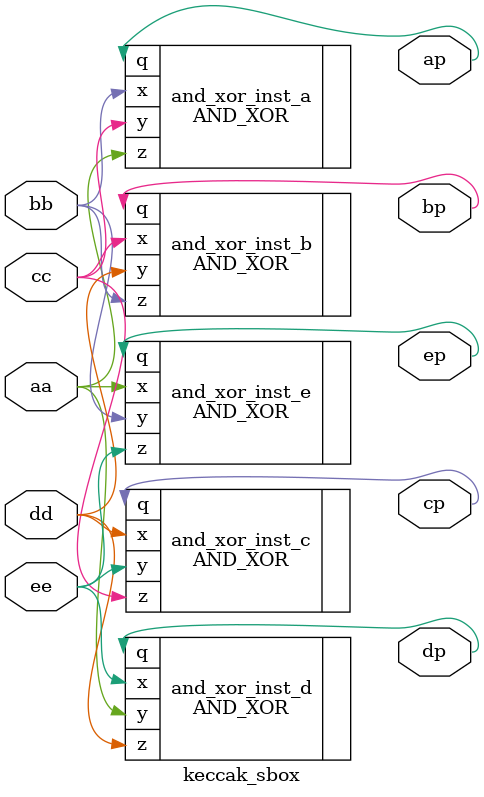
<source format=v>
module keccak_sbox (
    input  aa,
    input  bb,
    input  cc,
    input  dd,
    input  ee,
    output ap,
    output bp,
    output cp,
    output dp,
    output ep);

    genvar i, j, k;

    AND_XOR and_xor_inst_a (.x(bb), .y(cc), .z(aa), .q(ap));
    AND_XOR and_xor_inst_b (.x(cc), .y(dd), .z(bb), .q(bp));
    AND_XOR and_xor_inst_c (.x(dd), .y(ee), .z(cc), .q(cp));
    AND_XOR and_xor_inst_d (.x(ee), .y(aa), .z(dd), .q(dp));
    AND_XOR and_xor_inst_e (.x(aa), .y(bb), .z(ee), .q(ep));

endmodule

















































</source>
